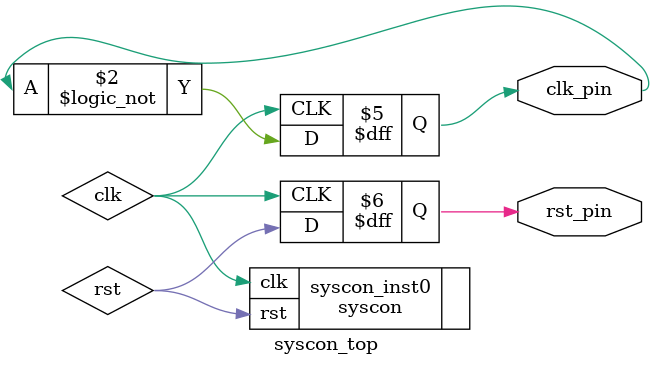
<source format=v>
`timescale 1ns/1ns

module syscon_top (
    output reg clk_pin = 0,
    output reg rst_pin = 1
);
    wire clk;
    wire rst;

    always @(posedge clk) begin
        clk_pin <= !clk_pin;
        rst_pin <= rst;
    end

    syscon syscon_inst0 (
        .clk(clk),
        .rst(rst)
    );

    // Unit test
    `ifdef SIMULATION
        testAnythingProtocol #("build", "report.tap") tap ();
        reg[63*8:0] test_message;
        integer cycleCounter = 0;

        always @(posedge clk) begin
            cycleCounter = cycleCounter + 1;

            // reset pin level: 1 1 1 0 0 0 0 0...
            $sformat(test_message, "Reset Pin Level: %d", rst_pin);
            if (cycleCounter <= 3)
                tap.assert(rst_pin == 1, test_message);
            else
                tap.assert(rst_pin == 0, test_message);

            // clock pin level: 1 0 1 0 1 0 1 0...
            $sformat(test_message, "Clock Pin Level: %d", clk_pin);
            if (cycleCounter % 2 == 0)
                tap.assert(clk_pin == 1, test_message);
            else
                tap.assert(clk_pin == 0, test_message);

            // finish after 10 cycles
            if (cycleCounter >= 10)
                tap.finish;
        end
    `endif
endmodule
</source>
